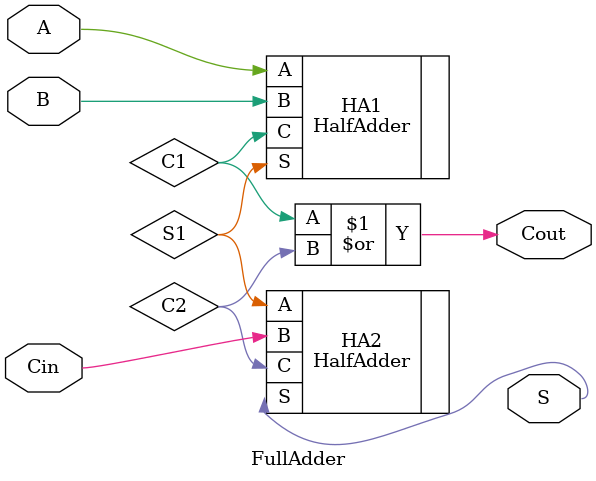
<source format=sv>
`timescale 1ns / 1ps

module FullAdder (
    input logic A,      // Input A
    input logic B,      // Input B
    input logic Cin,    // Carry-in input
    output logic S,     // Sum output
    output logic Cout   // Carry-out output
);

    // Internal signals for the first and second half adders
    logic S1, C1, C2;

    // First Half Adder (HA1)
    HalfAdder HA1 (
        .A(A),
        .B(B),
        .S(S1),       // Sum of A and B
        .C(C1)        // Carry from A and B
    );

    // Second Half Adder (HA2)
    HalfAdder HA2 (
        .A(S1),       // The sum of A and B
        .B(Cin),      // Carry-in
        .S(S),        // Final sum
        .C(C2)        // Carry from the sum of S1 and Cin
    );

    // Final carry-out is the OR of C1 and C2
    assign Cout = C1 | C2;

endmodule

</source>
